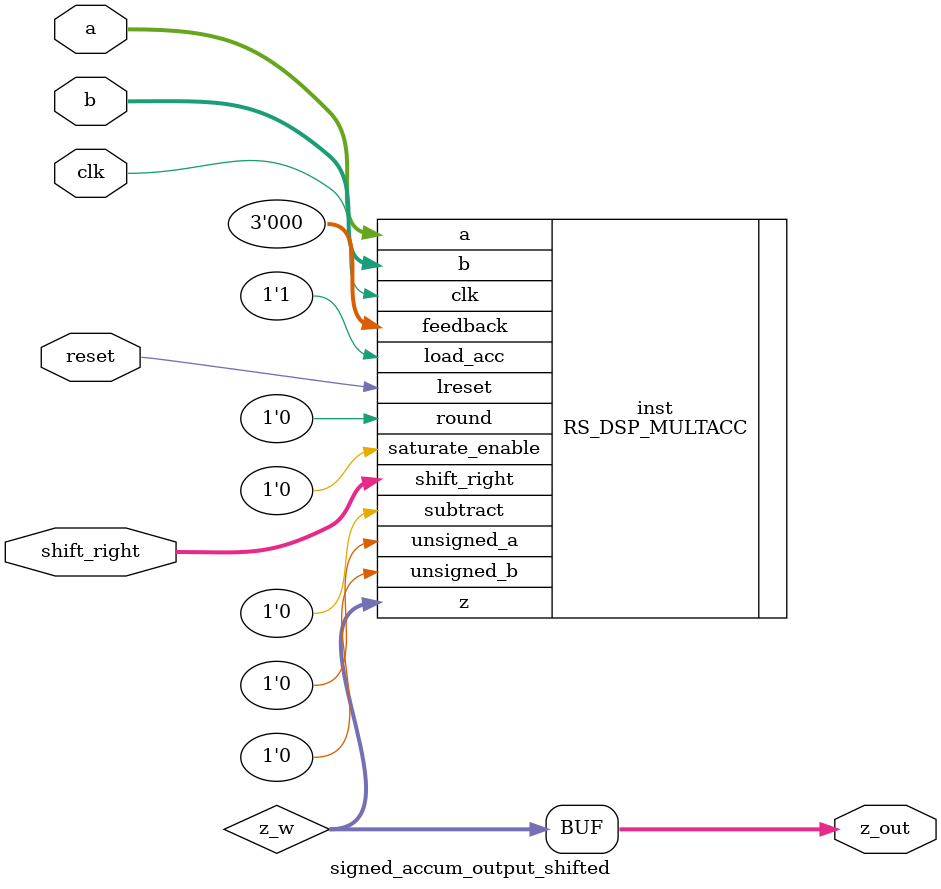
<source format=sv>
module signed_accum_output_shifted (
	input  wire [19:0] a,
    input  wire [17:0] b,
    input  wire [5:0] shift_right,
	input wire clk, reset,
    output wire [37:0] z_out
    );

    parameter [79:0] MODE_BITS = 80'd0;
    
    wire [37:0] z_w;
	//wire reset;
	RS_DSP_MULTACC #(
    .MODE_BITS(80'h00000000000000000000)) 
        inst(.a(a), .b(b), .z(z_w),. clk(clk), .lreset(reset),. load_acc(1'b1) ,. feedback(3'd0), 
        .unsigned_a(1'b0), .unsigned_b(1'b0), . saturate_enable(1'b0),. shift_right(shift_right),
        . round(1'b0),.subtract(1'b0));
	
    assign z_out = z_w;

endmodule
</source>
